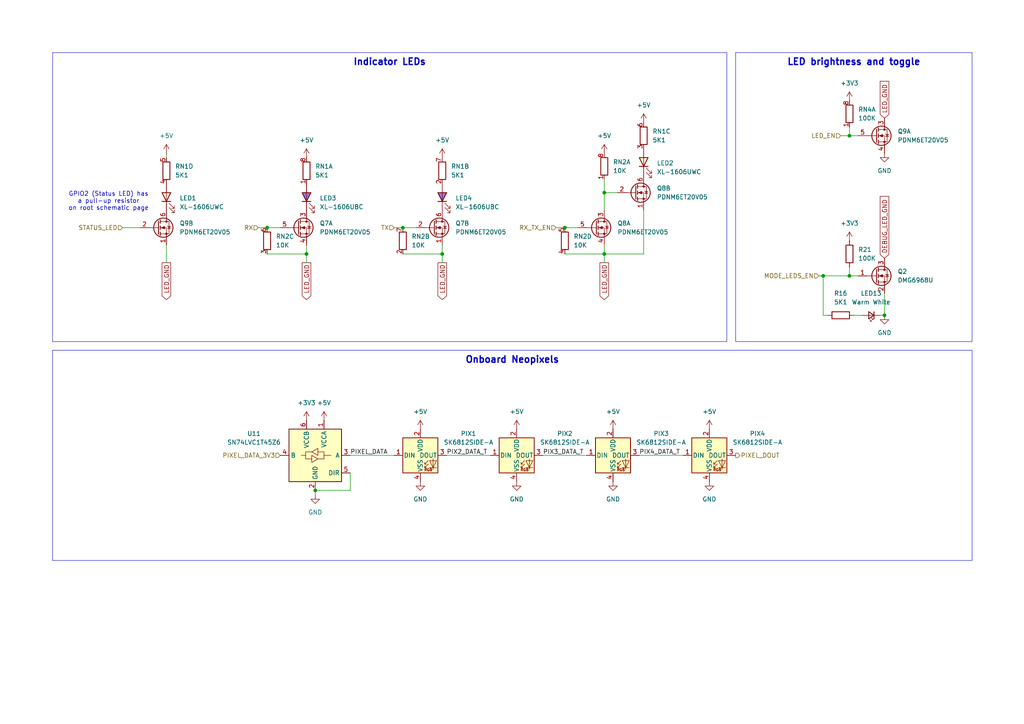
<source format=kicad_sch>
(kicad_sch (version 20231120) (generator "eeschema") (generator_version "8.0")
  (paper "A4")
  (lib_symbols
    (symbol "Device:LED_Small" (pin_numbers hide) (pin_names (offset 0.254) hide)
      (property "Reference" "D" (at -1.27 3.175 0))
      (property "Value" "LED_Small" (at -4.445 -2.54 0))
      (symbol "LED_Small_0_1"
        (polyline (pts (xy -0.762 -1.016) (xy -0.762 1.016)) (stroke (width 0.254)))
        (polyline (pts (xy 1.016 0) (xy -0.762 0)))
        (polyline (pts (xy 0.762 -1.016) (xy -0.762 0) (xy 0.762 1.016) (xy 0.762 -1.016)) (stroke (width 0.254)))
        (polyline (pts (xy 0 0.762) (xy -0.508 1.27) (xy -0.254 1.27) (xy -0.508 1.27) (xy -0.508 1.016)))
        (polyline (pts (xy 0.508 1.27) (xy 0 1.778) (xy 0.254 1.778) (xy 0 1.778) (xy 0 1.524)))
      )
      (symbol "LED_Small_1_1"
        (pin passive line (at -2.54 0 0) (length 1.778) (name "K") (number "1"))
        (pin passive line (at 2.54 0 180) (length 1.778) (name "A") (number "2"))
      )
    )
    (symbol "Device:R" (pin_numbers hide) (pin_names (offset 0))
      (property "Reference" "R" (at 2.032 0 90))
      (property "Value" "R" (at 0 0 90))
      (symbol "R_0_1"
        (rectangle (start -1.016 -2.54) (end 1.016 2.54) (stroke (width 0.254)))
      )
      (symbol "R_1_1"
        (pin passive line (at 0 3.81 270) (length 1.27) (name "~") (number "1"))
        (pin passive line (at 0 -3.81 90) (length 1.27) (name "~") (number "2"))
      )
    )
    (symbol "Device:R_Pack04_Split" (pin_names (offset 0) hide)
      (property "Reference" "RN" (at 2.032 0 90))
      (property "Value" "R_Pack04_Split" (at 0 0 90))
      (symbol "R_Pack04_Split_0_1"
        (rectangle (start 1.016 2.54) (end -1.016 -2.54) (stroke (width 0.254)))
      )
      (symbol "R_Pack04_Split_1_1"
        (pin passive line (at 0 -3.81 90) (length 1.27) (name "R1.1") (number "1"))
        (pin passive line (at 0 3.81 270) (length 1.27) (name "R1.2") (number "8"))
      )
      (symbol "R_Pack04_Split_2_1"
        (pin passive line (at 0 -3.81 90) (length 1.27) (name "R2.1") (number "2"))
        (pin passive line (at 0 3.81 270) (length 1.27) (name "R2.2") (number "7"))
      )
      (symbol "R_Pack04_Split_3_1"
        (pin passive line (at 0 -3.81 90) (length 1.27) (name "R3.1") (number "3"))
        (pin passive line (at 0 3.81 270) (length 1.27) (name "R3.2") (number "6"))
      )
      (symbol "R_Pack04_Split_4_1"
        (pin passive line (at 0 -3.81 90) (length 1.27) (name "R4.1") (number "4"))
        (pin passive line (at 0 3.81 270) (length 1.27) (name "R4.2") (number "5"))
      )
    )
    (symbol "discrete:DMG6968U" (pin_names hide)
      (property "Reference" "Q" (at 5.08 1.905 0))
      (property "Value" "DMG6968U" (at 5.08 0 0))
      (symbol "DMG6968U_0_1"
        (polyline (pts (xy 0.254 0) (xy -2.54 0)))
        (polyline (pts (xy 0.254 1.905) (xy 0.254 -1.905)) (stroke (width 0.254)))
        (polyline (pts (xy 0.762 -1.27) (xy 0.762 -2.286)) (stroke (width 0.254)))
        (polyline (pts (xy 0.762 0.508) (xy 0.762 -0.508)) (stroke (width 0.254)))
        (polyline (pts (xy 0.762 2.286) (xy 0.762 1.27)) (stroke (width 0.254)))
        (polyline (pts (xy 2.54 2.54) (xy 2.54 1.778)))
        (polyline (pts (xy 2.54 -2.54) (xy 2.54 0) (xy 0.762 0)))
        (polyline (pts (xy 0.762 -1.778) (xy 3.302 -1.778) (xy 3.302 1.778) (xy 0.762 1.778)))
        (polyline (pts (xy 1.016 0) (xy 2.032 0.381) (xy 2.032 -0.381) (xy 1.016 0)) (fill (type outline)))
        (polyline (pts (xy 2.794 0.508) (xy 2.921 0.381) (xy 3.683 0.381) (xy 3.81 0.254)))
        (polyline (pts (xy 3.302 0.381) (xy 2.921 -0.254) (xy 3.683 -0.254) (xy 3.302 0.381)))
        (circle (center 1.651 0) (radius 2.794) (stroke (width 0.254)))
        (circle (center 2.54 -1.778) (radius 0.254) (fill (type outline)))
        (circle (center 2.54 1.778) (radius 0.254) (fill (type outline)))
      )
      (symbol "DMG6968U_1_1"
        (pin input line (at -5.08 0 0) (length 2.54) (name "G") (number "1"))
        (pin passive line (at 2.54 -5.08 90) (length 2.54) (name "S") (number "2"))
        (pin passive line (at 2.54 5.08 270) (length 2.54) (name "D") (number "3"))
      )
    )
    (symbol "discrete:PDNM6ET20V05" (pin_names hide)
      (property "Reference" "Q" (at 5.08 1.905 0))
      (property "Value" "PDNM6ET20V05" (at 5.08 0 0))
      (symbol "PDNM6ET20V05_0_1"
        (polyline (pts (xy 0.254 0) (xy -2.54 0)))
        (polyline (pts (xy 0.254 1.905) (xy 0.254 -1.905)) (stroke (width 0.254)))
        (polyline (pts (xy 0.762 -1.27) (xy 0.762 -2.286)) (stroke (width 0.254)))
        (polyline (pts (xy 0.762 0.508) (xy 0.762 -0.508)) (stroke (width 0.254)))
        (polyline (pts (xy 0.762 2.286) (xy 0.762 1.27)) (stroke (width 0.254)))
        (polyline (pts (xy 2.54 2.54) (xy 2.54 1.778)))
        (polyline (pts (xy 2.54 -2.54) (xy 2.54 0) (xy 0.762 0)))
        (polyline (pts (xy 0.762 -1.778) (xy 3.302 -1.778) (xy 3.302 1.778) (xy 0.762 1.778)))
        (polyline (pts (xy 1.016 0) (xy 2.032 0.381) (xy 2.032 -0.381) (xy 1.016 0)) (fill (type outline)))
        (polyline (pts (xy 2.794 0.508) (xy 2.921 0.381) (xy 3.683 0.381) (xy 3.81 0.254)))
        (polyline (pts (xy 3.302 0.381) (xy 2.921 -0.254) (xy 3.683 -0.254) (xy 3.302 0.381)))
        (circle (center 1.651 0) (radius 2.794) (stroke (width 0.254)))
        (circle (center 2.54 -1.778) (radius 0.254) (fill (type outline)))
        (circle (center 2.54 1.778) (radius 0.254) (fill (type outline)))
      )
      (symbol "PDNM6ET20V05_1_1"
        (pin passive line (at 2.54 5.08 270) (length 2.54) (name "D") (number "3"))
        (pin passive line (at 2.54 -5.08 90) (length 2.54) (name "S") (number "4"))
        (pin input line (at -5.08 0 0) (length 2.54) (name "G") (number "5"))
      )
      (symbol "PDNM6ET20V05_2_1"
        (pin passive line (at 2.54 -5.08 90) (length 2.54) (name "S") (number "1"))
        (pin input line (at -5.08 0 0) (length 2.54) (name "G") (number "2"))
        (pin passive line (at 2.54 5.08 270) (length 2.54) (name "D") (number "6"))
      )
    )
    (symbol "discrete:SK6812SIDE-A" (pin_names (offset 0.254))
      (property "Reference" "D" (at 5.08 5.715 0))
      (property "Value" "SK6812SIDE-A" (at 1.27 -5.715 0))
      (symbol "SK6812SIDE-A_0_0"
        (text "RGB" (at 2.286 -4.191 0) (effects (font (size 0.762 0.762))))
      )
      (symbol "SK6812SIDE-A_0_1"
        (polyline (pts (xy 1.27 -3.556) (xy 1.778 -3.556)))
        (polyline (pts (xy 1.27 -2.54) (xy 1.778 -2.54)))
        (polyline (pts (xy 4.699 -3.556) (xy 2.667 -3.556)))
        (polyline (pts (xy 2.286 -2.54) (xy 1.27 -3.556) (xy 1.27 -3.048)))
        (polyline (pts (xy 2.286 -1.524) (xy 1.27 -2.54) (xy 1.27 -2.032)))
        (polyline (pts (xy 3.683 -1.016) (xy 3.683 -3.556) (xy 3.683 -4.064)))
        (polyline (pts (xy 4.699 -1.524) (xy 2.667 -1.524) (xy 3.683 -3.556) (xy 4.699 -1.524)))
        (rectangle (start 5.08 5.08) (end -5.08 -5.08) (stroke (width 0.254)) (fill (type background)))
      )
      (symbol "SK6812SIDE-A_1_1"
        (pin input line (at -7.62 0 0) (length 2.54) (name "DIN") (number "1"))
        (pin power_in line (at 0 7.62 270) (length 2.54) (name "VDD") (number "2"))
        (pin output line (at 7.62 0 180) (length 2.54) (name "DOUT") (number "3"))
        (pin power_in line (at 0 -7.62 90) (length 2.54) (name "VSS") (number "4"))
      )
    )
    (symbol "discrete:XL-1606UBC" (pin_numbers hide) (pin_names (offset 1.016) hide)
      (property "Reference" "D" (at 0 2.54 0))
      (property "Value" "XL-1606UBC" (at 0 -2.54 0))
      (symbol "XL-1606UBC_0_1"
        (polyline (pts (xy -1.27 -1.27) (xy -1.27 1.27)) (stroke (width 0.254)))
        (polyline (pts (xy -3.048 -0.762) (xy -4.572 -2.286) (xy -3.81 -2.286) (xy -4.572 -2.286) (xy -4.572 -1.524)))
        (polyline (pts (xy -1.778 -0.762) (xy -3.302 -2.286) (xy -2.54 -2.286) (xy -3.302 -2.286) (xy -3.302 -1.524)))
      )
      (symbol "XL-1606UBC_1_1"
        (polyline (pts (xy -1.27 0) (xy 1.27 0)))
        (polyline (pts (xy 1.27 -1.27) (xy 1.27 1.27) (xy -1.27 0) (xy 1.27 -1.27)) (stroke (width 0.254)) (fill (type color) (color 0 0 255 0.5)))
        (pin passive line (at -3.81 0 0) (length 2.54) (name "K") (number "1"))
        (pin passive line (at 3.81 0 180) (length 2.54) (name "A") (number "2"))
      )
    )
    (symbol "discrete:XL-1606UWC" (pin_numbers hide) (pin_names (offset 1.016) hide)
      (property "Reference" "D" (at 0 2.54 0))
      (property "Value" "XL-1606UWC" (at 0 -2.54 0))
      (symbol "XL-1606UWC_0_1"
        (polyline (pts (xy -1.27 -1.27) (xy -1.27 1.27)) (stroke (width 0.254)))
        (polyline (pts (xy -3.048 -0.762) (xy -4.572 -2.286) (xy -3.81 -2.286) (xy -4.572 -2.286) (xy -4.572 -1.524)))
        (polyline (pts (xy -1.778 -0.762) (xy -3.302 -2.286) (xy -2.54 -2.286) (xy -3.302 -2.286) (xy -3.302 -1.524)))
      )
      (symbol "XL-1606UWC_1_1"
        (polyline (pts (xy -1.27 0) (xy 1.27 0)))
        (polyline (pts (xy 1.27 -1.27) (xy 1.27 1.27) (xy -1.27 0) (xy 1.27 -1.27)) (stroke (width 0.254)) (fill (type color) (color 255 255 194 0.5)))
        (pin passive line (at -3.81 0 0) (length 2.54) (name "K") (number "1"))
        (pin passive line (at 3.81 0 180) (length 2.54) (name "A") (number "2"))
      )
    )
    (symbol "ic:SN74LVC1T45Z6"
      (property "Reference" "U" (at -6.35 8.89 0))
      (property "Value" "SN74LVC1T45Z6" (at 3.81 8.89 0))
      (symbol "SN74LVC1T45Z6_0_1"
        (rectangle (start -7.62 7.62) (end 7.62 -7.62) (stroke (width 0.254)) (fill (type background)))
        (polyline (pts (xy -2.54 0) (xy -2.54 1.016) (xy -0.762 1.016)))
        (polyline (pts (xy 2.794 0) (xy 2.794 -1.016) (xy 1.016 -1.016)))
        (polyline (pts (xy -0.762 -1.016) (xy -2.54 -1.016) (xy -2.54 0) (xy -4.572 0)))
        (polyline (pts (xy -0.762 0) (xy -0.762 2.032) (xy 1.016 1.016) (xy -0.762 0)))
        (polyline (pts (xy 1.016 1.016) (xy 2.794 1.016) (xy 2.794 0) (xy 4.064 0)))
        (polyline (pts (xy 1.016 0) (xy 1.016 -1.778) (xy 1.016 -2.032) (xy -0.762 -1.016) (xy 1.016 0)))
      )
      (symbol "SN74LVC1T45Z6_1_1"
        (pin power_in line (at -2.54 10.16 270) (length 2.54) (name "VCCA") (number "1"))
        (pin power_in line (at 0 -10.16 90) (length 2.54) (name "GND") (number "2"))
        (pin bidirectional line (at -10.16 0 0) (length 2.54) (name "A") (number "3"))
        (pin bidirectional line (at 10.16 0 180) (length 2.54) (name "B") (number "4"))
        (pin input line (at -10.16 -5.08 0) (length 2.54) (name "DIR") (number "5"))
        (pin power_in line (at 2.54 10.16 270) (length 2.54) (name "VCCB") (number "6"))
      )
    )
    (symbol "power:+3V3" (power) (pin_numbers hide) (pin_names (offset 0) hide)
      (property "Value" "+3V3" (at 0 3.556 0))
      (symbol "+3V3_0_1"
        (polyline (pts (xy -0.762 1.27) (xy 0 2.54)))
        (polyline (pts (xy 0 0) (xy 0 2.54)))
        (polyline (pts (xy 0 2.54) (xy 0.762 1.27)))
      )
      (symbol "+3V3_1_1"
        (pin power_in line (at 0 0 90) (length 0) (name "~") (number "1"))
      )
    )
    (symbol "power:+5V" (power) (pin_numbers hide) (pin_names (offset 0) hide)
      (property "Value" "+5V" (at 0 3.556 0))
      (symbol "+5V_0_1"
        (polyline (pts (xy -0.762 1.27) (xy 0 2.54)))
        (polyline (pts (xy 0 0) (xy 0 2.54)))
        (polyline (pts (xy 0 2.54) (xy 0.762 1.27)))
      )
      (symbol "+5V_1_1"
        (pin power_in line (at 0 0 90) (length 0) (name "~") (number "1"))
      )
    )
    (symbol "power:GND" (power) (pin_numbers hide) (pin_names (offset 0) hide)
      (property "Value" "GND" (at 0 -3.81 0))
      (symbol "GND_0_1"
        (polyline (pts (xy 0 0) (xy 0 -1.27) (xy 1.27 -1.27) (xy 0 -2.54) (xy -1.27 -1.27) (xy 0 -1.27)))
      )
      (symbol "GND_1_1"
        (pin power_in line (at 0 0 270) (length 0) (name "~") (number "1"))
      )
    )
    (symbol "power:VCC" (power) (pin_numbers hide) (pin_names (offset 0) hide)
      (property "Value" "VCC" (at 0 3.556 0))
      (symbol "VCC_0_1"
        (polyline (pts (xy -0.762 1.27) (xy 0 2.54)))
        (polyline (pts (xy 0 0) (xy 0 2.54)))
        (polyline (pts (xy 0 2.54) (xy 0.762 1.27)))
      )
      (symbol "VCC_1_1"
        (pin power_in line (at 0 0 90) (length 0) (name "~") (number "1"))
      )
    )
  )
  (junction (at 238.76 80.01))
  (junction (at 88.9 73.66))
  (junction (at 116.84 66.04))
  (junction (at 163.83 66.04))
  (junction (at 128.27 73.66))
  (junction (at 246.38 39.37))
  (junction (at 77.47 66.04))
  (junction (at 246.38 80.01))
  (junction (at 91.44 142.24))
  (junction (at 175.26 55.88))
  (junction (at 175.26 73.66))
  (junction (at 256.54 91.44))
  (wire (pts (xy 128.27 71.12) (xy 128.27 73.66)))
  (wire (pts (xy 247.65 91.44) (xy 250.19 91.44)))
  (wire (pts (xy 88.9 71.12) (xy 88.9 73.66)))
  (wire (pts (xy 74.93 66.04) (xy 77.47 66.04)))
  (wire (pts (xy 175.26 52.07) (xy 175.26 55.88)))
  (wire (pts (xy 246.38 39.37) (xy 248.92 39.37)))
  (wire (pts (xy 175.26 71.12) (xy 175.26 73.66)))
  (wire (pts (xy 35.56 66.04) (xy 40.64 66.04)))
  (wire (pts (xy 255.27 91.44) (xy 256.54 91.44)))
  (wire (pts (xy 175.26 55.88) (xy 175.26 60.96)))
  (wire (pts (xy 243.84 39.37) (xy 246.38 39.37)))
  (wire (pts (xy 237.49 80.01) (xy 238.76 80.01)))
  (wire (pts (xy 246.38 80.01) (xy 248.92 80.01)))
  (wire (pts (xy 77.47 66.04) (xy 81.28 66.04)))
  (wire (pts (xy 48.26 44.45) (xy 48.26 45.72)))
  (wire (pts (xy 128.27 73.66) (xy 128.27 76.2)))
  (wire (pts (xy 163.83 66.04) (xy 167.64 66.04)))
  (wire (pts (xy 246.38 77.47) (xy 246.38 80.01)))
  (wire (pts (xy 116.84 73.66) (xy 128.27 73.66)))
  (wire (pts (xy 91.44 143.51) (xy 91.44 142.24)))
  (wire (pts (xy 186.69 60.96) (xy 186.69 73.66)))
  (wire (pts (xy 129.54 132.08) (xy 142.24 132.08)))
  (wire (pts (xy 101.6 137.16) (xy 101.6 142.24)))
  (wire (pts (xy 186.69 73.66) (xy 175.26 73.66)))
  (wire (pts (xy 116.84 66.04) (xy 120.65 66.04)))
  (wire (pts (xy 101.6 142.24) (xy 91.44 142.24)))
  (wire (pts (xy 175.26 55.88) (xy 179.07 55.88)))
  (wire (pts (xy 114.3 66.04) (xy 116.84 66.04)))
  (wire (pts (xy 175.26 76.2) (xy 175.26 73.66)))
  (wire (pts (xy 185.42 132.08) (xy 198.12 132.08)))
  (wire (pts (xy 157.48 132.08) (xy 170.18 132.08)))
  (wire (pts (xy 101.6 132.08) (xy 114.3 132.08)))
  (wire (pts (xy 48.26 71.12) (xy 48.26 76.2)))
  (wire (pts (xy 246.38 36.83) (xy 246.38 39.37)))
  (wire (pts (xy 240.03 91.44) (xy 238.76 91.44)))
  (wire (pts (xy 77.47 73.66) (xy 88.9 73.66)))
  (wire (pts (xy 238.76 80.01) (xy 246.38 80.01)))
  (wire (pts (xy 163.83 73.66) (xy 175.26 73.66)))
  (wire (pts (xy 238.76 80.01) (xy 238.76 91.44)))
  (wire (pts (xy 88.9 73.66) (xy 88.9 76.2)))
  (wire (pts (xy 256.54 91.44) (xy 256.54 85.09)))
  (wire (pts (xy 161.29 66.04) (xy 163.83 66.04)))
  (text_box "LED brightness and toggle" (at 213.36 15.24 0) (size 68.58 83.82) (stroke (width 0.127)) (effects (font (size 1.905 1.905) (thickness 0.381) (bold yes)) (justify top)))
  (text_box "Onboard Neopixels" (at 15.24 101.6 0) (size 266.7 60.96) (stroke (width 0.127)) (effects (font (size 1.905 1.905) (thickness 0.381) (bold yes)) (justify top)))
  (text_box "Indicator LEDs" (at 15.24 15.24 0) (size 195.58 83.82) (stroke (width 0.127)) (effects (font (size 1.905 1.905) (thickness 0.381) (bold yes)) (justify top)))
  (text "GPIO2 (Status LED) has\na pull-up resistor\non root schematic page" (at 31.496 58.42 0) (effects (font (size 1.27 1.27))))
  (label "PIX4_DATA_T" (at 185.42 132.08 0))
  (label "PIX2_DATA_T" (at 129.54 132.08 0))
  (label "PIXEL_DATA" (at 101.6 132.08 0))
  (label "PIX3_DATA_T" (at 157.48 132.08 0))
  (global_label "DEBUG_LED_GND" (shape input) (at 256.54 74.93 90) (property "Intersheetrefs" "${INTERSHEET_REFS}" (effects (hide yes))))
  (global_label "LED_GND" (shape input) (at 256.54 34.29 90) (property "Intersheetrefs" "${INTERSHEET_REFS}" (effects (hide yes))))
  (global_label "LED_GND" (shape output) (at 128.27 76.2 270) (property "Intersheetrefs" "${INTERSHEET_REFS}" (effects (hide yes))))
  (global_label "LED_GND" (shape output) (at 88.9 76.2 270) (property "Intersheetrefs" "${INTERSHEET_REFS}" (effects (hide yes))))
  (global_label "LED_GND" (shape output) (at 175.26 76.2 270) (property "Intersheetrefs" "${INTERSHEET_REFS}" (effects (hide yes))))
  (global_label "LED_GND" (shape output) (at 48.26 76.2 270) (property "Intersheetrefs" "${INTERSHEET_REFS}" (effects (hide yes))))
  (hierarchical_label "PIXEL_DATA_3V3" (shape input) (at 81.28 132.08 180))
  (hierarchical_label "RX_TX_EN" (shape input) (at 161.29 66.04 180))
  (hierarchical_label "TX" (shape input) (at 114.3 66.04 180))
  (hierarchical_label "RX" (shape input) (at 74.93 66.04 180))
  (hierarchical_label "MODE_LEDS_EN" (shape input) (at 237.49 80.01 180))
  (hierarchical_label "STATUS_LED" (shape input) (at 35.56 66.04 180))
  (hierarchical_label "LED_EN" (shape input) (at 243.84 39.37 180))
  (hierarchical_label "PIXEL_DOUT" (shape output) (at 213.36 132.08 0))
  (symbol (lib_id "discrete:PDNM6ET20V05") (at 184.15 55.88 0) (unit 2)
    (property "Reference" "Q8" (at 190.5 54.6099 0) (effects (justify left)))
    (property "Value" "PDNM6ET20V05" (at 190.5 57.1499 0) (effects (justify left)))
    (property "Footprint" "Package_TO_SOT_SMD:SOT-563" (effects (hide yes)))
    (property "Datasheet" "https://www.lcsc.com/datasheet/lcsc_datasheet_2410121242_Shanghai-Prisemi-Elec-PDNM6ET20V05_C918811.pdf" (effects (hide yes)))
    (property "Description" "500mA Id, 20V Vds, Dual N-Channel MOSFET, SOT-563" (effects (hide yes)))
    (property "LCSC Part" "C918811" (effects (hide yes)))
  )
  (symbol (lib_id "Device:R_Pack04_Split") (at 88.9 49.53 0) (unit 1)
    (property "Reference" "RN1" (at 91.44 48.2599 0) (effects (justify left)))
    (property "Value" "5K1" (at 91.44 50.7999 0) (effects (justify left)))
    (property "Footprint" "discrete:R_Array_Convex_4x0603_HandSolder" (effects (hide yes)))
    (property "Description" "4 resistor network, parallel topology, split" (effects (hide yes)))
    (property "LCSC Part" "C711414" (effects (hide yes)))
  )
  (symbol (lib_id "Device:R_Pack04_Split") (at 175.26 48.26 0) (unit 1)
    (property "Reference" "RN2" (at 177.8 46.9899 0) (effects (justify left)))
    (property "Value" "10K" (at 177.8 49.5299 0) (effects (justify left)))
    (property "Footprint" "discrete:R_Array_Convex_4x0603_HandSolder" (effects (hide yes)))
    (property "Description" "4 resistor network, parallel topology, split" (effects (hide yes)))
    (property "LCSC Part" "C110924" (effects (hide yes)))
  )
  (symbol (lib_id "discrete:PDNM6ET20V05") (at 254 39.37 0) (unit 1)
    (property "Reference" "Q9" (at 260.35 38.0999 0) (effects (justify left)))
    (property "Value" "PDNM6ET20V05" (at 260.35 40.6399 0) (effects (justify left)))
    (property "Footprint" "Package_TO_SOT_SMD:SOT-563" (effects (hide yes)))
    (property "Datasheet" "https://www.lcsc.com/datasheet/lcsc_datasheet_2410121242_Shanghai-Prisemi-Elec-PDNM6ET20V05_C918811.pdf" (effects (hide yes)))
    (property "Description" "500mA Id, 20V Vds, Dual N-Channel MOSFET, SOT-563" (effects (hide yes)))
    (property "LCSC Part" "C918811" (effects (hide yes)))
  )
  (symbol (lib_id "power:VCC") (at 177.8 124.46 0) (unit 1)
    (property "Reference" "#PWR095" (effects (hide yes)))
    (property "Value" "+5V" (at 177.8 119.38 0))
    (property "Description" "Power symbol creates a global label with name \"VCC\"" (effects (hide yes)))
  )
  (symbol (lib_id "discrete:SK6812SIDE-A") (at 121.92 132.08 0) (unit 1)
    (property "Reference" "PIX1" (at 135.89 125.7614 0))
    (property "Value" "SK6812SIDE-A" (at 135.89 128.3014 0))
    (property "Footprint" "discrete:LED_SK6812SIDE-A_4.0x1.6mm" (effects (hide yes)))
    (property "Datasheet" "https://www.lcsc.com/datasheet/lcsc_datasheet_2108251530_OPSCO-Optoelectronics-SK6812SIDE-A-RVS_C2890037.pdf" (effects (hide yes)))
    (property "Description" "RGB LED with integrated controller, side view" (effects (hide yes)))
    (property "LCSC Part" "C2890037" (effects (hide yes)))
  )
  (symbol (lib_id "power:VCC") (at 121.92 124.46 0) (unit 1)
    (property "Reference" "#PWR091" (effects (hide yes)))
    (property "Value" "+5V" (at 121.92 119.38 0))
    (property "Description" "Power symbol creates a global label with name \"VCC\"" (effects (hide yes)))
  )
  (symbol (lib_id "power:VCC") (at 186.69 35.56 0) (unit 1)
    (property "Reference" "#PWR087" (effects (hide yes)))
    (property "Value" "+5V" (at 186.69 30.48 0))
    (property "Description" "Power symbol creates a global label with name \"VCC\"" (effects (hide yes)))
  )
  (symbol (lib_id "power:GND") (at 256.54 44.45 0) (unit 1)
    (property "Reference" "#PWR084" (effects (hide yes)))
    (property "Value" "GND" (at 256.54 49.53 0))
    (property "Description" "Power symbol creates a global label with name \"GND\" , ground" (effects (hide yes)))
  )
  (symbol (lib_id "Device:R_Pack04_Split") (at 163.83 69.85 0) (unit 4)
    (property "Reference" "RN2" (at 166.37 68.5799 0) (effects (justify left)))
    (property "Value" "10K" (at 166.37 71.1199 0) (effects (justify left)))
    (property "Footprint" "discrete:R_Array_Convex_4x0603_HandSolder" (effects (hide yes)))
    (property "Description" "4 resistor network, parallel topology, split" (effects (hide yes)))
    (property "LCSC Part" "C110924" (effects (hide yes)))
  )
  (symbol (lib_id "power:GND") (at 121.92 139.7 0) (unit 1)
    (property "Reference" "#PWR092" (effects (hide yes)))
    (property "Value" "GND" (at 121.92 144.78 0))
    (property "Description" "Power symbol creates a global label with name \"GND\" , ground" (effects (hide yes)))
  )
  (symbol (lib_id "power:VCC") (at 128.27 45.72 0) (unit 1)
    (property "Reference" "#PWR081" (effects (hide yes)))
    (property "Value" "+5V" (at 128.27 40.64 0))
    (property "Description" "Power symbol creates a global label with name \"VCC\"" (effects (hide yes)))
  )
  (symbol (lib_id "discrete:SK6812SIDE-A") (at 177.8 132.08 0) (unit 1)
    (property "Reference" "PIX3" (at 191.77 125.7614 0))
    (property "Value" "SK6812SIDE-A" (at 191.77 128.3014 0))
    (property "Footprint" "discrete:LED_SK6812SIDE-A_4.0x1.6mm" (effects (hide yes)))
    (property "Datasheet" "https://www.lcsc.com/datasheet/lcsc_datasheet_2108251530_OPSCO-Optoelectronics-SK6812SIDE-A-RVS_C2890037.pdf" (effects (hide yes)))
    (property "Description" "RGB LED with integrated controller, side view" (effects (hide yes)))
    (property "LCSC Part" "C2890037" (effects (hide yes)))
  )
  (symbol (lib_id "ic:SN74LVC1T45Z6") (at 91.44 132.08 0) (mirror y) (unit 1)
    (property "Reference" "U11" (at 73.66 125.7614 0))
    (property "Value" "SN74LVC1T45Z6" (at 73.66 128.3014 0))
    (property "Footprint" "Package_TO_SOT_SMD:SOT-563" (effects (hide yes)))
    (property "Datasheet" "https://www.diodes.com/assets/Datasheets/74LVC1T45.pdf" (effects (hide yes)))
    (property "Description" "Single-Bit Dual-Supply Bus Transceiver With Configurable Voltage Translation and 3-State Outputs, SOT-563" (effects (hide yes)))
    (property "LCSC Part" "C441819" (effects (hide yes)))
  )
  (symbol (lib_id "discrete:SK6812SIDE-A") (at 149.86 132.08 0) (unit 1)
    (property "Reference" "PIX2" (at 163.83 125.7614 0))
    (property "Value" "SK6812SIDE-A" (at 163.83 128.3014 0))
    (property "Footprint" "discrete:LED_SK6812SIDE-A_4.0x1.6mm" (effects (hide yes)))
    (property "Datasheet" "https://www.lcsc.com/datasheet/lcsc_datasheet_2108251530_OPSCO-Optoelectronics-SK6812SIDE-A-RVS_C2890037.pdf" (effects (hide yes)))
    (property "Description" "RGB LED with integrated controller, side view" (effects (hide yes)))
    (property "LCSC Part" "C2890037" (effects (hide yes)))
  )
  (symbol (lib_id "discrete:PDNM6ET20V05") (at 45.72 66.04 0) (unit 2)
    (property "Reference" "Q9" (at 52.07 64.7699 0) (effects (justify left)))
    (property "Value" "PDNM6ET20V05" (at 52.07 67.3099 0) (effects (justify left)))
    (property "Footprint" "Package_TO_SOT_SMD:SOT-563" (effects (hide yes)))
    (property "Datasheet" "https://www.lcsc.com/datasheet/lcsc_datasheet_2410121242_Shanghai-Prisemi-Elec-PDNM6ET20V05_C918811.pdf" (effects (hide yes)))
    (property "Description" "500mA Id, 20V Vds, Dual N-Channel MOSFET, SOT-563" (effects (hide yes)))
    (property "LCSC Part" "C918811" (effects (hide yes)))
  )
  (symbol (lib_id "discrete:PDNM6ET20V05") (at 86.36 66.04 0) (unit 1)
    (property "Reference" "Q7" (at 92.71 64.7699 0) (effects (justify left)))
    (property "Value" "PDNM6ET20V05" (at 92.71 67.3099 0) (effects (justify left)))
    (property "Footprint" "Package_TO_SOT_SMD:SOT-563" (effects (hide yes)))
    (property "Datasheet" "https://www.lcsc.com/datasheet/lcsc_datasheet_2410121242_Shanghai-Prisemi-Elec-PDNM6ET20V05_C918811.pdf" (effects (hide yes)))
    (property "Description" "500mA Id, 20V Vds, Dual N-Channel MOSFET, SOT-563" (effects (hide yes)))
    (property "LCSC Part" "C918811" (effects (hide yes)))
  )
  (symbol (lib_id "power:GND") (at 91.44 143.51 0) (mirror y) (unit 1)
    (property "Reference" "#PWR025" (effects (hide yes)))
    (property "Value" "GND" (at 91.44 148.59 0))
    (property "Description" "Power symbol creates a global label with name \"GND\" , ground" (effects (hide yes)))
  )
  (symbol (lib_id "discrete:XL-1606UBC") (at 128.27 57.15 90) (unit 1)
    (property "Reference" "LED4" (at 132.08 57.4674 90) (effects (justify right)))
    (property "Value" "XL-1606UBC" (at 132.08 60.0074 90) (effects (justify right)))
    (property "Footprint" "discrete:LED_SideEmitter_1.7x1.1mm" (effects (hide yes)))
    (property "Datasheet" "https://www.lcsc.com/datasheet/lcsc_datasheet_2402181506_XINGLIGHT-XL-1606UBC_C965865.pdf" (effects (hide yes)))
    (property "Description" "Light emitting diode, Blue, Side-Emitter package" (effects (hide yes)))
    (property "LCSC Part" "C965865" (effects (hide yes)))
  )
  (symbol (lib_id "power:VCC") (at 205.74 124.46 0) (unit 1)
    (property "Reference" "#PWR097" (effects (hide yes)))
    (property "Value" "+5V" (at 205.74 119.38 0))
    (property "Description" "Power symbol creates a global label with name \"VCC\"" (effects (hide yes)))
  )
  (symbol (lib_id "Device:R_Pack04_Split") (at 186.69 39.37 0) (unit 3)
    (property "Reference" "RN1" (at 189.23 38.0999 0) (effects (justify left)))
    (property "Value" "5K1" (at 189.23 40.6399 0) (effects (justify left)))
    (property "Footprint" "discrete:R_Array_Convex_4x0603_HandSolder" (effects (hide yes)))
    (property "Description" "4 resistor network, parallel topology, split" (effects (hide yes)))
    (property "LCSC Part" "C711414" (effects (hide yes)))
  )
  (symbol (lib_id "discrete:XL-1606UWC") (at 186.69 46.99 90) (unit 1)
    (property "Reference" "LED2" (at 190.5 47.3074 90) (effects (justify right)))
    (property "Value" "XL-1606UWC" (at 190.5 49.8474 90) (effects (justify right)))
    (property "Footprint" "discrete:LED_SideEmitter_1.7x1.1mm" (effects (hide yes)))
    (property "Datasheet" "https://www.lcsc.com/datasheet/lcsc_datasheet_2402181506_XINGLIGHT-XL-1606UWC_C965866.pdf" (effects (hide yes)))
    (property "Description" "Light emitting diode, White, Side-Emitter package" (effects (hide yes)))
    (property "LCSC Part" "C965866" (effects (hide yes)))
  )
  (symbol (lib_id "power:VCC") (at 48.26 44.45 0) (unit 1)
    (property "Reference" "#PWR077" (effects (hide yes)))
    (property "Value" "+5V" (at 48.26 39.37 0))
    (property "Description" "Power symbol creates a global label with name \"VCC\"" (effects (hide yes)))
  )
  (symbol (lib_id "power:GND") (at 205.74 139.7 0) (unit 1)
    (property "Reference" "#PWR098" (effects (hide yes)))
    (property "Value" "GND" (at 205.74 144.78 0))
    (property "Description" "Power symbol creates a global label with name \"GND\" , ground" (effects (hide yes)))
  )
  (symbol (lib_id "power:+3V3") (at 246.38 29.21 0) (mirror y) (unit 1)
    (property "Reference" "#PWR083" (effects (hide yes)))
    (property "Value" "+3V3" (at 246.38 24.13 0))
    (property "Description" "Power symbol creates a global label with name \"+3V3\"" (effects (hide yes)))
  )
  (symbol (lib_id "Device:R") (at 246.38 73.66 0) (unit 1)
    (property "Reference" "R21" (at 248.92 72.3899 0) (effects (justify left)))
    (property "Value" "100K" (at 248.92 74.9299 0) (effects (justify left)))
    (property "Footprint" "discrete:R_0603_1608Metric" (effects (hide yes)))
    (property "Description" "Resistor" (effects (hide yes)))
  )
  (symbol (lib_id "power:+3V3") (at 88.9 121.92 0) (mirror y) (unit 1)
    (property "Reference" "#PWR023" (effects (hide yes)))
    (property "Value" "+3V3" (at 88.9 116.84 0))
    (property "Description" "Power symbol creates a global label with name \"+3V3\"" (effects (hide yes)))
  )
  (symbol (lib_id "power:VCC") (at 175.26 44.45 0) (unit 1)
    (property "Reference" "#PWR086" (effects (hide yes)))
    (property "Value" "+5V" (at 175.26 39.37 0))
    (property "Description" "Power symbol creates a global label with name \"VCC\"" (effects (hide yes)))
  )
  (symbol (lib_id "power:GND") (at 177.8 139.7 0) (unit 1)
    (property "Reference" "#PWR096" (effects (hide yes)))
    (property "Value" "GND" (at 177.8 144.78 0))
    (property "Description" "Power symbol creates a global label with name \"GND\" , ground" (effects (hide yes)))
  )
  (symbol (lib_id "Device:R_Pack04_Split") (at 48.26 49.53 0) (unit 4)
    (property "Reference" "RN1" (at 50.8 48.2599 0) (effects (justify left)))
    (property "Value" "5K1" (at 50.8 50.7999 0) (effects (justify left)))
    (property "Footprint" "discrete:R_Array_Convex_4x0603_HandSolder" (effects (hide yes)))
    (property "Description" "4 resistor network, parallel topology, split" (effects (hide yes)))
    (property "LCSC Part" "C711414" (effects (hide yes)))
  )
  (symbol (lib_id "Device:R") (at 243.84 91.44 90) (unit 1)
    (property "Reference" "R16" (at 243.84 85.09 90))
    (property "Value" "5K1" (at 243.84 87.63 90))
    (property "Footprint" "discrete:R_0603_1608Metric" (effects (hide yes)))
    (property "Description" "Resistor" (effects (hide yes)))
  )
  (symbol (lib_id "Device:R_Pack04_Split") (at 77.47 69.85 0) (unit 3)
    (property "Reference" "RN2" (at 80.01 68.5799 0) (effects (justify left)))
    (property "Value" "10K" (at 80.01 71.1199 0) (effects (justify left)))
    (property "Footprint" "discrete:R_Array_Convex_4x0603_HandSolder" (effects (hide yes)))
    (property "Description" "4 resistor network, parallel topology, split" (effects (hide yes)))
    (property "LCSC Part" "C110924" (effects (hide yes)))
  )
  (symbol (lib_id "discrete:DMG6968U") (at 254 80.01 0) (unit 1)
    (property "Reference" "Q2" (at 260.35 78.7399 0) (effects (justify left)))
    (property "Value" "DMG6968U" (at 260.35 81.2799 0) (effects (justify left)))
    (property "Footprint" "Package_TO_SOT_SMD:SOT-23" (effects (hide yes)))
    (property "Datasheet" "https://www.diodes.com/assets/Datasheets/DMG6968U.pdf" (effects (hide yes)))
    (property "Description" "6.5A Id, 20V Vds, N-Channel MOSFET, SOT-23" (effects (hide yes)))
    (property "LCSC Part" "C150759" (effects (hide yes)))
  )
  (symbol (lib_id "Device:R_Pack04_Split") (at 246.38 33.02 0) (unit 1)
    (property "Reference" "RN4" (at 248.92 31.7499 0) (effects (justify left)))
    (property "Value" "100K" (at 248.92 34.2899 0) (effects (justify left)))
    (property "Footprint" "discrete:R_Array_Convex_4x0603_HandSolder" (effects (hide yes)))
    (property "Description" "4 resistor network, parallel topology, split" (effects (hide yes)))
    (property "LCSC Part" "C110374" (effects (hide yes)))
  )
  (symbol (lib_id "power:VCC") (at 149.86 124.46 0) (unit 1)
    (property "Reference" "#PWR093" (effects (hide yes)))
    (property "Value" "+5V" (at 149.86 119.38 0))
    (property "Description" "Power symbol creates a global label with name \"VCC\"" (effects (hide yes)))
  )
  (symbol (lib_id "discrete:SK6812SIDE-A") (at 205.74 132.08 0) (unit 1)
    (property "Reference" "PIX4" (at 219.71 125.7614 0))
    (property "Value" "SK6812SIDE-A" (at 219.71 128.3014 0))
    (property "Footprint" "discrete:LED_SK6812SIDE-A_4.0x1.6mm" (effects (hide yes)))
    (property "Datasheet" "https://www.lcsc.com/datasheet/lcsc_datasheet_2108251530_OPSCO-Optoelectronics-SK6812SIDE-A-RVS_C2890037.pdf" (effects (hide yes)))
    (property "Description" "RGB LED with integrated controller, side view" (effects (hide yes)))
    (property "LCSC Part" "C2890037" (effects (hide yes)))
  )
  (symbol (lib_id "discrete:PDNM6ET20V05") (at 172.72 66.04 0) (unit 1)
    (property "Reference" "Q8" (at 179.07 64.7699 0) (effects (justify left)))
    (property "Value" "PDNM6ET20V05" (at 179.07 67.3099 0) (effects (justify left)))
    (property "Footprint" "Package_TO_SOT_SMD:SOT-563" (effects (hide yes)))
    (property "Datasheet" "https://www.lcsc.com/datasheet/lcsc_datasheet_2410121242_Shanghai-Prisemi-Elec-PDNM6ET20V05_C918811.pdf" (effects (hide yes)))
    (property "Description" "500mA Id, 20V Vds, Dual N-Channel MOSFET, SOT-563" (effects (hide yes)))
    (property "LCSC Part" "C918811" (effects (hide yes)))
  )
  (symbol (lib_id "discrete:PDNM6ET20V05") (at 125.73 66.04 0) (unit 2)
    (property "Reference" "Q7" (at 132.08 64.7699 0) (effects (justify left)))
    (property "Value" "PDNM6ET20V05" (at 132.08 67.3099 0) (effects (justify left)))
    (property "Footprint" "Package_TO_SOT_SMD:SOT-563" (effects (hide yes)))
    (property "Datasheet" "https://www.lcsc.com/datasheet/lcsc_datasheet_2410121242_Shanghai-Prisemi-Elec-PDNM6ET20V05_C918811.pdf" (effects (hide yes)))
    (property "Description" "500mA Id, 20V Vds, Dual N-Channel MOSFET, SOT-563" (effects (hide yes)))
    (property "LCSC Part" "C918811" (effects (hide yes)))
  )
  (symbol (lib_id "discrete:XL-1606UBC") (at 88.9 57.15 90) (unit 1)
    (property "Reference" "LED3" (at 92.71 57.4674 90) (effects (justify right)))
    (property "Value" "XL-1606UBC" (at 92.71 60.0074 90) (effects (justify right)))
    (property "Footprint" "discrete:LED_SideEmitter_1.7x1.1mm" (effects (hide yes)))
    (property "Datasheet" "https://www.lcsc.com/datasheet/lcsc_datasheet_2402181506_XINGLIGHT-XL-1606UBC_C965865.pdf" (effects (hide yes)))
    (property "Description" "Light emitting diode, Blue, Side-Emitter package" (effects (hide yes)))
    (property "LCSC Part" "C965865" (effects (hide yes)))
  )
  (symbol (lib_id "power:+3V3") (at 246.38 69.85 0) (mirror y) (unit 1)
    (property "Reference" "#PWR0111" (effects (hide yes)))
    (property "Value" "+3V3" (at 246.38 64.77 0))
    (property "Description" "Power symbol creates a global label with name \"+3V3\"" (effects (hide yes)))
  )
  (symbol (lib_id "power:GND") (at 149.86 139.7 0) (unit 1)
    (property "Reference" "#PWR094" (effects (hide yes)))
    (property "Value" "GND" (at 149.86 144.78 0))
    (property "Description" "Power symbol creates a global label with name \"GND\" , ground" (effects (hide yes)))
  )
  (symbol (lib_id "power:VCC") (at 88.9 45.72 0) (unit 1)
    (property "Reference" "#PWR079" (effects (hide yes)))
    (property "Value" "+5V" (at 88.9 40.64 0))
    (property "Description" "Power symbol creates a global label with name \"VCC\"" (effects (hide yes)))
  )
  (symbol (lib_id "power:GND") (at 256.54 91.44 0) (unit 1)
    (property "Reference" "#PWR0112" (effects (hide yes)))
    (property "Value" "GND" (at 256.54 96.52 0))
    (property "Description" "Power symbol creates a global label with name \"GND\" , ground" (effects (hide yes)))
  )
  (symbol (lib_id "power:+5V") (at 93.98 121.92 0) (mirror y) (unit 1)
    (property "Reference" "#PWR028" (effects (hide yes)))
    (property "Value" "+5V" (at 93.98 116.84 0))
    (property "Description" "Power symbol creates a global label with name \"+5V\"" (effects (hide yes)))
  )
  (symbol (lib_id "Device:R_Pack04_Split") (at 128.27 49.53 0) (unit 2)
    (property "Reference" "RN1" (at 130.81 48.2599 0) (effects (justify left)))
    (property "Value" "5K1" (at 130.81 50.7999 0) (effects (justify left)))
    (property "Footprint" "discrete:R_Array_Convex_4x0603_HandSolder" (effects (hide yes)))
    (property "Description" "4 resistor network, parallel topology, split" (effects (hide yes)))
    (property "LCSC Part" "C711414" (effects (hide yes)))
  )
  (symbol (lib_id "Device:LED_Small") (at 252.73 91.44 180) (unit 1)
    (property "Reference" "LED13" (at 252.6665 85.09 0))
    (property "Value" "Warm White" (at 252.6665 87.63 0))
    (property "Footprint" "discrete:LED_0603_1608Metric" (effects (hide yes)))
    (property "Description" "Light emitting diode, small symbol" (effects (hide yes)))
    (property "LCSC Part" "C2827262" (effects (hide yes)))
  )
  (symbol (lib_id "discrete:XL-1606UWC") (at 48.26 57.15 90) (unit 1)
    (property "Reference" "LED1" (at 52.07 57.4674 90) (effects (justify right)))
    (property "Value" "XL-1606UWC" (at 52.07 60.0074 90) (effects (justify right)))
    (property "Footprint" "discrete:LED_SideEmitter_1.7x1.1mm" (effects (hide yes)))
    (property "Datasheet" "https://www.lcsc.com/datasheet/lcsc_datasheet_2402181506_XINGLIGHT-XL-1606UWC_C965866.pdf" (effects (hide yes)))
    (property "Description" "Light emitting diode, White, Side-Emitter package" (effects (hide yes)))
    (property "LCSC Part" "C965866" (effects (hide yes)))
  )
  (symbol (lib_id "Device:R_Pack04_Split") (at 116.84 69.85 0) (unit 2)
    (property "Reference" "RN2" (at 119.38 68.5799 0) (effects (justify left)))
    (property "Value" "10K" (at 119.38 71.1199 0) (effects (justify left)))
    (property "Footprint" "discrete:R_Array_Convex_4x0603_HandSolder" (effects (hide yes)))
    (property "Description" "4 resistor network, parallel topology, split" (effects (hide yes)))
    (property "LCSC Part" "C110924" (effects (hide yes)))
  )
)
</source>
